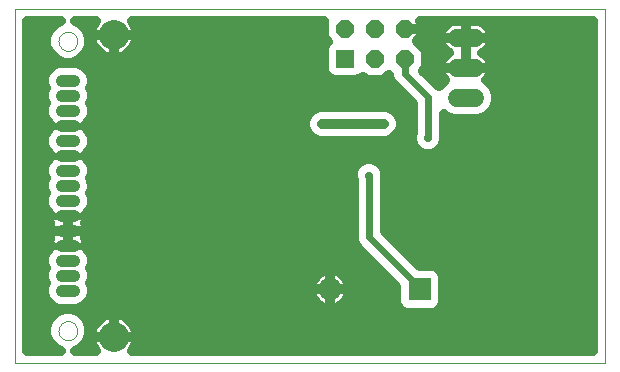
<source format=gbl>
G75*
G70*
%OFA0B0*%
%FSLAX24Y24*%
%IPPOS*%
%LPD*%
%AMOC8*
5,1,8,0,0,1.08239X$1,22.5*
%
%ADD10C,0.0000*%
%ADD11R,0.0600X0.0600*%
%ADD12OC8,0.0600*%
%ADD13C,0.1000*%
%ADD14C,0.0396*%
%ADD15R,0.0760X0.0760*%
%ADD16C,0.0760*%
%ADD17C,0.0600*%
%ADD18C,0.0280*%
%ADD19C,0.0240*%
%ADD20C,0.0320*%
D10*
X000111Y000141D02*
X000111Y011952D01*
X019796Y011952D01*
X019796Y000141D01*
X000111Y000141D01*
X001568Y001224D02*
X001570Y001259D01*
X001576Y001294D01*
X001586Y001328D01*
X001599Y001361D01*
X001616Y001392D01*
X001637Y001420D01*
X001660Y001447D01*
X001687Y001470D01*
X001715Y001491D01*
X001746Y001508D01*
X001779Y001521D01*
X001813Y001531D01*
X001848Y001537D01*
X001883Y001539D01*
X001918Y001537D01*
X001953Y001531D01*
X001987Y001521D01*
X002020Y001508D01*
X002051Y001491D01*
X002079Y001470D01*
X002106Y001447D01*
X002129Y001420D01*
X002150Y001392D01*
X002167Y001361D01*
X002180Y001328D01*
X002190Y001294D01*
X002196Y001259D01*
X002198Y001224D01*
X002196Y001189D01*
X002190Y001154D01*
X002180Y001120D01*
X002167Y001087D01*
X002150Y001056D01*
X002129Y001028D01*
X002106Y001001D01*
X002079Y000978D01*
X002051Y000957D01*
X002020Y000940D01*
X001987Y000927D01*
X001953Y000917D01*
X001918Y000911D01*
X001883Y000909D01*
X001848Y000911D01*
X001813Y000917D01*
X001779Y000927D01*
X001746Y000940D01*
X001715Y000957D01*
X001687Y000978D01*
X001660Y001001D01*
X001637Y001028D01*
X001616Y001056D01*
X001599Y001087D01*
X001586Y001120D01*
X001576Y001154D01*
X001570Y001189D01*
X001568Y001224D01*
X001568Y010869D02*
X001570Y010904D01*
X001576Y010939D01*
X001586Y010973D01*
X001599Y011006D01*
X001616Y011037D01*
X001637Y011065D01*
X001660Y011092D01*
X001687Y011115D01*
X001715Y011136D01*
X001746Y011153D01*
X001779Y011166D01*
X001813Y011176D01*
X001848Y011182D01*
X001883Y011184D01*
X001918Y011182D01*
X001953Y011176D01*
X001987Y011166D01*
X002020Y011153D01*
X002051Y011136D01*
X002079Y011115D01*
X002106Y011092D01*
X002129Y011065D01*
X002150Y011037D01*
X002167Y011006D01*
X002180Y010973D01*
X002190Y010939D01*
X002196Y010904D01*
X002198Y010869D01*
X002196Y010834D01*
X002190Y010799D01*
X002180Y010765D01*
X002167Y010732D01*
X002150Y010701D01*
X002129Y010673D01*
X002106Y010646D01*
X002079Y010623D01*
X002051Y010602D01*
X002020Y010585D01*
X001987Y010572D01*
X001953Y010562D01*
X001918Y010556D01*
X001883Y010554D01*
X001848Y010556D01*
X001813Y010562D01*
X001779Y010572D01*
X001746Y010585D01*
X001715Y010602D01*
X001687Y010623D01*
X001660Y010646D01*
X001637Y010673D01*
X001616Y010701D01*
X001599Y010732D01*
X001586Y010765D01*
X001576Y010799D01*
X001570Y010834D01*
X001568Y010869D01*
D11*
X011119Y010271D03*
D12*
X012119Y010271D03*
X013119Y010271D03*
X013119Y011271D03*
X012119Y011271D03*
X011119Y011271D03*
D13*
X003418Y011072D03*
X003418Y001021D03*
D14*
X002081Y002547D02*
X001684Y002547D01*
X001684Y003047D02*
X002081Y003047D01*
X002081Y003547D02*
X001684Y003547D01*
X001684Y004047D02*
X002081Y004047D01*
X002081Y004547D02*
X001684Y004547D01*
X001684Y005047D02*
X002081Y005047D01*
X002081Y005547D02*
X001684Y005547D01*
X001684Y006047D02*
X002081Y006047D01*
X002081Y006547D02*
X001684Y006547D01*
X001684Y007047D02*
X002081Y007047D01*
X002081Y007547D02*
X001684Y007547D01*
X001684Y008047D02*
X002081Y008047D01*
X002081Y008547D02*
X001684Y008547D01*
X001684Y009047D02*
X002081Y009047D01*
X002081Y009547D02*
X001684Y009547D01*
D15*
X013615Y002602D03*
D16*
X010623Y002602D03*
D17*
X014846Y008984D02*
X015446Y008984D01*
X015446Y009984D02*
X014846Y009984D01*
X014846Y010984D02*
X015446Y010984D01*
D18*
X012414Y008114D03*
X013890Y007645D03*
X011922Y006391D03*
X011180Y005373D03*
X009540Y006047D03*
X009363Y004866D03*
X010347Y008114D03*
X009343Y009590D03*
X008772Y010377D03*
X005426Y010771D03*
X003457Y008047D03*
X003457Y007047D03*
X003457Y005047D03*
X003457Y004547D03*
X003457Y004047D03*
X017827Y004078D03*
X017827Y001519D03*
X017827Y006637D03*
D19*
X013890Y007645D02*
X013890Y008999D01*
X013119Y009771D01*
X013119Y010271D01*
X011922Y006391D02*
X011922Y004338D01*
X013615Y002645D01*
X013615Y002602D01*
X009363Y004866D02*
X009343Y004866D01*
X009343Y005373D01*
X011180Y005373D01*
X003457Y005047D02*
X003457Y004547D01*
X003457Y004047D01*
X001111Y004047D01*
X001111Y004141D01*
X001111Y005047D02*
X001111Y005141D01*
X001111Y005047D02*
X003457Y005047D01*
X003457Y007047D02*
X001883Y007047D01*
X001111Y007047D01*
X001111Y007141D01*
X001111Y008047D02*
X001111Y008141D01*
X001111Y008047D02*
X001883Y008047D01*
X003457Y008047D01*
X003457Y007047D01*
D20*
X002679Y007428D02*
X002679Y007666D01*
X002588Y007885D01*
X002528Y007945D01*
X002539Y008011D01*
X002539Y008046D01*
X002427Y008046D01*
X002426Y008047D01*
X002427Y008047D01*
X002539Y008047D01*
X002539Y008083D01*
X002528Y008148D01*
X002588Y008208D01*
X002679Y008428D01*
X002679Y008666D01*
X002624Y008797D01*
X002679Y008928D01*
X002679Y009166D01*
X002624Y009297D01*
X002679Y009428D01*
X002679Y009666D01*
X002588Y009885D01*
X002419Y010054D01*
X002200Y010145D01*
X001565Y010145D01*
X001346Y010054D01*
X001177Y009885D01*
X001086Y009666D01*
X001086Y009428D01*
X001141Y009297D01*
X001086Y009166D01*
X001086Y008928D01*
X001141Y008797D01*
X001086Y008666D01*
X001086Y008428D01*
X001177Y008208D01*
X001237Y008148D01*
X001226Y008083D01*
X001226Y008047D01*
X001338Y008047D01*
X001339Y008047D01*
X001338Y008046D01*
X001226Y008046D01*
X001226Y008011D01*
X001237Y007945D01*
X001177Y007885D01*
X001086Y007666D01*
X001086Y007428D01*
X001177Y007208D01*
X001237Y007148D01*
X001226Y007083D01*
X001226Y007047D01*
X001338Y007047D01*
X001339Y007047D01*
X001338Y007046D01*
X001226Y007046D01*
X001226Y007011D01*
X001237Y006945D01*
X001177Y006885D01*
X001086Y006666D01*
X001086Y006428D01*
X001141Y006297D01*
X001086Y006166D01*
X001086Y005928D01*
X001141Y005797D01*
X001086Y005666D01*
X001086Y005428D01*
X001177Y005208D01*
X001237Y005148D01*
X001226Y005083D01*
X001226Y005047D01*
X001338Y005047D01*
X001339Y005046D01*
X001226Y005046D01*
X001226Y005011D01*
X001238Y004939D01*
X001260Y004871D01*
X001293Y004806D01*
X001300Y004797D01*
X001293Y004787D01*
X001260Y004722D01*
X001238Y004654D01*
X001226Y004583D01*
X001226Y004547D01*
X001882Y004547D01*
X001882Y004546D01*
X001883Y004546D01*
X001883Y004145D01*
X001882Y004145D01*
X001882Y004546D01*
X001226Y004546D01*
X001226Y004511D01*
X001238Y004439D01*
X001260Y004371D01*
X001293Y004306D01*
X001300Y004297D01*
X001293Y004287D01*
X001260Y004222D01*
X001238Y004154D01*
X001226Y004083D01*
X001226Y004047D01*
X001339Y004047D01*
X001338Y004046D01*
X001226Y004046D01*
X001226Y004011D01*
X001237Y003945D01*
X001177Y003885D01*
X001086Y003666D01*
X001086Y003428D01*
X001141Y003297D01*
X001086Y003166D01*
X001086Y002928D01*
X001141Y002797D01*
X001086Y002666D01*
X001086Y002428D01*
X001177Y002208D01*
X001346Y002040D01*
X001565Y001949D01*
X002200Y001949D01*
X002419Y002040D01*
X002588Y002208D01*
X002679Y002428D01*
X002679Y002666D01*
X002624Y002797D01*
X002679Y002928D01*
X002679Y003166D01*
X002624Y003297D01*
X002679Y003428D01*
X002679Y003666D01*
X002588Y003885D01*
X002528Y003945D01*
X002539Y004011D01*
X002539Y004046D01*
X002427Y004046D01*
X002426Y004047D01*
X002539Y004047D01*
X002539Y004083D01*
X002527Y004154D01*
X002505Y004222D01*
X002472Y004287D01*
X002465Y004297D01*
X002472Y004306D01*
X002505Y004371D01*
X002527Y004439D01*
X002539Y004511D01*
X002539Y004546D01*
X001883Y004546D01*
X001883Y004547D01*
X002539Y004547D01*
X002539Y004583D01*
X002527Y004654D01*
X002505Y004722D01*
X002472Y004787D01*
X002465Y004797D01*
X002472Y004806D01*
X002505Y004871D01*
X002527Y004939D01*
X002539Y005011D01*
X002539Y005046D01*
X002426Y005046D01*
X002427Y005047D01*
X002539Y005047D01*
X002539Y005083D01*
X002528Y005148D01*
X002588Y005208D01*
X002679Y005428D01*
X002679Y005666D01*
X002624Y005797D01*
X002679Y005928D01*
X002679Y006166D01*
X002624Y006297D01*
X002679Y006428D01*
X002679Y006666D01*
X002588Y006885D01*
X002528Y006945D01*
X002539Y007011D01*
X002539Y007046D01*
X002427Y007046D01*
X002426Y007047D01*
X002427Y007047D01*
X002539Y007047D01*
X002539Y007083D01*
X002528Y007148D01*
X002588Y007208D01*
X002679Y007428D01*
X002679Y007468D02*
X013379Y007468D01*
X013350Y007538D02*
X013433Y007339D01*
X013584Y007187D01*
X013783Y007105D01*
X013998Y007105D01*
X014196Y007187D01*
X014348Y007339D01*
X014430Y007538D01*
X014430Y007752D01*
X014410Y007801D01*
X014410Y008430D01*
X014450Y008390D01*
X014707Y008284D01*
X015586Y008284D01*
X015843Y008390D01*
X016040Y008587D01*
X016146Y008844D01*
X016146Y009123D01*
X016040Y009380D01*
X015843Y009577D01*
X015835Y009580D01*
X015873Y009619D01*
X015925Y009690D01*
X015965Y009769D01*
X015992Y009852D01*
X016006Y009940D01*
X016006Y009983D01*
X015147Y009983D01*
X015147Y009984D01*
X016006Y009984D01*
X016006Y010028D01*
X015992Y010115D01*
X015965Y010199D01*
X015925Y010277D01*
X015873Y010348D01*
X015811Y010411D01*
X015740Y010463D01*
X015698Y010484D01*
X015740Y010505D01*
X015811Y010556D01*
X015873Y010619D01*
X015925Y010690D01*
X015965Y010769D01*
X015992Y010852D01*
X016006Y010940D01*
X016006Y010983D01*
X015147Y010983D01*
X015147Y010984D01*
X016006Y010984D01*
X016006Y011028D01*
X015992Y011115D01*
X015965Y011199D01*
X015925Y011277D01*
X015873Y011348D01*
X015811Y011411D01*
X015740Y011463D01*
X015661Y011503D01*
X015577Y011530D01*
X015490Y011544D01*
X015146Y011544D01*
X014802Y011544D01*
X014715Y011530D01*
X014631Y011503D01*
X014553Y011463D01*
X014481Y011411D01*
X014419Y011348D01*
X014367Y011277D01*
X014327Y011199D01*
X014300Y011115D01*
X014286Y011028D01*
X014286Y010984D01*
X015146Y010984D01*
X015146Y011544D01*
X015146Y010984D01*
X015146Y010984D01*
X015146Y010983D01*
X015146Y010983D01*
X015146Y010424D01*
X015146Y009984D01*
X015146Y009984D01*
X015146Y009983D01*
X014286Y009983D01*
X014286Y009940D01*
X014300Y009852D01*
X014327Y009769D01*
X014367Y009690D01*
X014419Y009619D01*
X014458Y009580D01*
X014450Y009577D01*
X014253Y009380D01*
X014251Y009374D01*
X013731Y009894D01*
X013819Y009981D01*
X013819Y010561D01*
X013510Y010870D01*
X013679Y011039D01*
X013679Y011271D01*
X013679Y011503D01*
X013629Y011552D01*
X019396Y011552D01*
X019396Y000541D01*
X004008Y000541D01*
X004051Y000598D01*
X004101Y000684D01*
X004139Y000776D01*
X004165Y000872D01*
X004178Y000971D01*
X004178Y001021D01*
X004178Y001071D01*
X004165Y001170D01*
X004139Y001266D01*
X004101Y001358D01*
X004051Y001444D01*
X003991Y001523D01*
X003920Y001594D01*
X003841Y001654D01*
X003755Y001704D01*
X003663Y001742D01*
X003567Y001768D01*
X003468Y001781D01*
X003418Y001781D01*
X003418Y001021D01*
X004178Y001021D01*
X003418Y001021D01*
X003418Y001021D01*
X003418Y001021D01*
X002658Y001021D01*
X002658Y000971D01*
X002671Y000872D01*
X002697Y000776D01*
X002735Y000684D01*
X002785Y000598D01*
X002828Y000541D01*
X002102Y000541D01*
X002287Y000618D01*
X002489Y000819D01*
X002597Y001082D01*
X002597Y001366D01*
X002489Y001629D01*
X002287Y001830D01*
X002025Y001939D01*
X001740Y001939D01*
X001478Y001830D01*
X001276Y001629D01*
X001168Y001366D01*
X001168Y001082D01*
X001276Y000819D01*
X001478Y000618D01*
X001663Y000541D01*
X000511Y000541D01*
X000511Y011552D01*
X001663Y011552D01*
X001478Y011476D01*
X001276Y011274D01*
X001168Y011012D01*
X001168Y010727D01*
X001276Y010464D01*
X001478Y010263D01*
X001740Y010154D01*
X002025Y010154D01*
X002287Y010263D01*
X002489Y010464D01*
X002597Y010727D01*
X002597Y011012D01*
X002489Y011274D01*
X002287Y011476D01*
X002102Y011552D01*
X002828Y011552D01*
X002785Y011495D01*
X002735Y011409D01*
X002697Y011317D01*
X002671Y011221D01*
X002658Y011122D01*
X002658Y011072D01*
X002658Y011022D01*
X002671Y010924D01*
X002697Y010827D01*
X002735Y010735D01*
X002785Y010649D01*
X002845Y010570D01*
X002916Y010500D01*
X002995Y010439D01*
X003081Y010389D01*
X003173Y010351D01*
X003269Y010325D01*
X003368Y010312D01*
X003418Y010312D01*
X003468Y010312D01*
X003567Y010325D01*
X003663Y010351D01*
X003755Y010389D01*
X003841Y010439D01*
X003920Y010500D01*
X003991Y010570D01*
X004051Y010649D01*
X004101Y010735D01*
X004139Y010827D01*
X004165Y010924D01*
X004178Y011022D01*
X004178Y011072D01*
X003418Y011072D01*
X003418Y010312D01*
X003418Y011072D01*
X003418Y011072D01*
X003418Y011072D01*
X004178Y011072D01*
X004178Y011122D01*
X004165Y011221D01*
X004139Y011317D01*
X004101Y011409D01*
X004051Y011495D01*
X004008Y011552D01*
X010419Y011552D01*
X010419Y010981D01*
X010541Y010859D01*
X010480Y010798D01*
X010419Y010651D01*
X010419Y009891D01*
X010480Y009744D01*
X010592Y009632D01*
X010739Y009571D01*
X011498Y009571D01*
X011645Y009632D01*
X011707Y009693D01*
X011829Y009571D01*
X012409Y009571D01*
X012599Y009761D01*
X012599Y009668D01*
X012678Y009476D01*
X012824Y009330D01*
X013370Y008784D01*
X013370Y007801D01*
X013350Y007752D01*
X013350Y007538D01*
X013364Y007786D02*
X012879Y007786D01*
X012889Y007796D02*
X012974Y008002D01*
X012974Y008225D01*
X012889Y008431D01*
X012731Y008588D01*
X012525Y008674D01*
X010236Y008674D01*
X010030Y008588D01*
X009872Y008431D01*
X009787Y008225D01*
X009787Y008002D01*
X009872Y007796D01*
X010030Y007639D01*
X010236Y007554D01*
X012525Y007554D01*
X012731Y007639D01*
X012889Y007796D01*
X012974Y008105D02*
X013370Y008105D01*
X013370Y008423D02*
X012892Y008423D01*
X012414Y008114D02*
X010347Y008114D01*
X009787Y008105D02*
X002535Y008105D01*
X002677Y008423D02*
X009869Y008423D01*
X009882Y007786D02*
X002629Y007786D01*
X002529Y007149D02*
X013677Y007149D01*
X014104Y007149D02*
X019396Y007149D01*
X019396Y006831D02*
X012246Y006831D01*
X012228Y006849D02*
X012029Y006931D01*
X011814Y006931D01*
X011616Y006849D01*
X011464Y006697D01*
X011382Y006499D01*
X011382Y006284D01*
X011402Y006235D01*
X011402Y004441D01*
X011402Y004234D01*
X011481Y004043D01*
X012835Y002690D01*
X012835Y002142D01*
X012896Y001995D01*
X013008Y001883D01*
X013155Y001822D01*
X014074Y001822D01*
X014221Y001883D01*
X014334Y001995D01*
X014395Y002142D01*
X014395Y003061D01*
X014334Y003208D01*
X014221Y003321D01*
X014074Y003382D01*
X013613Y003382D01*
X012442Y004553D01*
X012442Y006235D01*
X012462Y006284D01*
X012462Y006499D01*
X012380Y006697D01*
X012228Y006849D01*
X012456Y006512D02*
X019396Y006512D01*
X019396Y006193D02*
X012442Y006193D01*
X012442Y005875D02*
X019396Y005875D01*
X019396Y005556D02*
X012442Y005556D01*
X012442Y005238D02*
X019396Y005238D01*
X019396Y004919D02*
X012442Y004919D01*
X012442Y004601D02*
X019396Y004601D01*
X019396Y004282D02*
X012713Y004282D01*
X013032Y003964D02*
X019396Y003964D01*
X019396Y003645D02*
X013350Y003645D01*
X014208Y003327D02*
X019396Y003327D01*
X019396Y003008D02*
X014395Y003008D01*
X014395Y002689D02*
X019396Y002689D01*
X019396Y002371D02*
X014395Y002371D01*
X014358Y002052D02*
X019396Y002052D01*
X019396Y001734D02*
X003683Y001734D01*
X003418Y001734D02*
X003418Y001734D01*
X003418Y001781D02*
X003368Y001781D01*
X003269Y001768D01*
X003173Y001742D01*
X003081Y001704D01*
X002995Y001654D01*
X002916Y001594D01*
X002845Y001523D01*
X002785Y001444D01*
X002735Y001358D01*
X002697Y001266D01*
X002671Y001170D01*
X002658Y001071D01*
X002658Y001021D01*
X003418Y001021D01*
X003418Y001021D01*
X003418Y001781D01*
X003153Y001734D02*
X002384Y001734D01*
X002577Y001415D02*
X002768Y001415D01*
X002661Y001097D02*
X002597Y001097D01*
X002696Y000778D02*
X002448Y000778D01*
X003418Y001097D02*
X003418Y001097D01*
X003418Y001415D02*
X003418Y001415D01*
X004068Y001415D02*
X019396Y001415D01*
X019396Y001097D02*
X004175Y001097D01*
X004140Y000778D02*
X019396Y000778D01*
X012872Y002052D02*
X010951Y002052D01*
X010979Y002068D02*
X011046Y002120D01*
X011105Y002179D01*
X011156Y002245D01*
X011198Y002318D01*
X011230Y002396D01*
X011252Y002477D01*
X011263Y002560D01*
X011263Y002601D01*
X010623Y002601D01*
X010623Y001962D01*
X010665Y001962D01*
X010748Y001973D01*
X010829Y001994D01*
X010906Y002026D01*
X010979Y002068D01*
X010623Y002052D02*
X010622Y002052D01*
X010622Y001962D02*
X010622Y002601D01*
X010623Y002601D01*
X010623Y002602D01*
X011263Y002602D01*
X011263Y002644D01*
X011252Y002727D01*
X011230Y002808D01*
X011198Y002885D01*
X011156Y002958D01*
X011105Y003025D01*
X011046Y003084D01*
X010979Y003135D01*
X010906Y003177D01*
X010829Y003209D01*
X010748Y003231D01*
X010665Y003242D01*
X010623Y003242D01*
X010623Y002602D01*
X010622Y002602D01*
X010622Y002601D01*
X009983Y002601D01*
X009983Y002560D01*
X009994Y002477D01*
X010015Y002396D01*
X010047Y002318D01*
X010089Y002245D01*
X010140Y002179D01*
X010200Y002120D01*
X010266Y002068D01*
X010339Y002026D01*
X010416Y001994D01*
X010498Y001973D01*
X010581Y001962D01*
X010622Y001962D01*
X010294Y002052D02*
X002432Y002052D01*
X002655Y002371D02*
X010026Y002371D01*
X009983Y002602D02*
X010622Y002602D01*
X010622Y003242D01*
X010581Y003242D01*
X010498Y003231D01*
X010416Y003209D01*
X010339Y003177D01*
X010266Y003135D01*
X010200Y003084D01*
X010140Y003025D01*
X010089Y002958D01*
X010047Y002885D01*
X010015Y002808D01*
X009994Y002727D01*
X009983Y002644D01*
X009983Y002602D01*
X009989Y002689D02*
X002669Y002689D01*
X002679Y003008D02*
X010128Y003008D01*
X010622Y003008D02*
X010623Y003008D01*
X010622Y002689D02*
X010623Y002689D01*
X011118Y003008D02*
X012516Y003008D01*
X012835Y002689D02*
X011257Y002689D01*
X011220Y002371D02*
X012835Y002371D01*
X012198Y003327D02*
X002637Y003327D01*
X002679Y003645D02*
X011879Y003645D01*
X011561Y003964D02*
X002531Y003964D01*
X002475Y004282D02*
X011402Y004282D01*
X011402Y004601D02*
X002536Y004601D01*
X002521Y004919D02*
X011402Y004919D01*
X011402Y005238D02*
X002600Y005238D01*
X002679Y005556D02*
X011402Y005556D01*
X011402Y005875D02*
X002657Y005875D01*
X002667Y006193D02*
X011402Y006193D01*
X011387Y006512D02*
X002679Y006512D01*
X002610Y006831D02*
X011598Y006831D01*
X014401Y007468D02*
X019396Y007468D01*
X019396Y007786D02*
X014416Y007786D01*
X014410Y008105D02*
X019396Y008105D01*
X019396Y008423D02*
X015876Y008423D01*
X016104Y008742D02*
X019396Y008742D01*
X019396Y009060D02*
X016146Y009060D01*
X016040Y009379D02*
X019396Y009379D01*
X019396Y009697D02*
X015929Y009697D01*
X016006Y010016D02*
X019396Y010016D01*
X019396Y010334D02*
X015884Y010334D01*
X015898Y010653D02*
X019396Y010653D01*
X019396Y010972D02*
X016006Y010972D01*
X015916Y011290D02*
X019396Y011290D01*
X015146Y011290D02*
X015146Y011290D01*
X015146Y010983D02*
X014286Y010983D01*
X014286Y010940D01*
X014300Y010852D01*
X014327Y010769D01*
X014367Y010690D01*
X014419Y010619D01*
X014481Y010556D01*
X014553Y010505D01*
X014594Y010484D01*
X014553Y010463D01*
X014481Y010411D01*
X014419Y010348D01*
X014367Y010277D01*
X014327Y010199D01*
X014300Y010115D01*
X014286Y010028D01*
X014286Y009984D01*
X015146Y009984D01*
X015146Y010424D01*
X015146Y010983D01*
X015146Y010972D02*
X015146Y010972D01*
X015146Y010653D02*
X015146Y010653D01*
X015146Y010334D02*
X015146Y010334D01*
X015146Y010016D02*
X015146Y010016D01*
X014409Y010334D02*
X013819Y010334D01*
X013819Y010016D02*
X014286Y010016D01*
X014364Y009697D02*
X013928Y009697D01*
X014246Y009379D02*
X014252Y009379D01*
X013370Y008742D02*
X002647Y008742D01*
X002679Y009060D02*
X013094Y009060D01*
X012776Y009379D02*
X002659Y009379D01*
X002666Y009697D02*
X010527Y009697D01*
X010419Y010016D02*
X002457Y010016D01*
X002359Y010334D02*
X003235Y010334D01*
X003418Y010334D02*
X003418Y010334D01*
X003601Y010334D02*
X010419Y010334D01*
X010420Y010653D02*
X004053Y010653D01*
X004171Y010972D02*
X010428Y010972D01*
X010419Y011290D02*
X004146Y011290D01*
X003418Y011072D02*
X003418Y011072D01*
X002658Y011072D01*
X003418Y011072D01*
X003418Y010972D02*
X003418Y010972D01*
X003418Y010653D02*
X003418Y010653D01*
X002782Y010653D02*
X002567Y010653D01*
X002597Y010972D02*
X002665Y010972D01*
X002690Y011290D02*
X002473Y011290D01*
X001292Y011290D02*
X000511Y011290D01*
X000511Y010972D02*
X001168Y010972D01*
X001198Y010653D02*
X000511Y010653D01*
X000511Y010334D02*
X001406Y010334D01*
X001308Y010016D02*
X000511Y010016D01*
X000511Y009697D02*
X001099Y009697D01*
X001106Y009379D02*
X000511Y009379D01*
X000511Y009060D02*
X001086Y009060D01*
X001118Y008742D02*
X000511Y008742D01*
X000511Y008423D02*
X001088Y008423D01*
X001230Y008105D02*
X000511Y008105D01*
X000511Y007786D02*
X001136Y007786D01*
X001086Y007468D02*
X000511Y007468D01*
X000511Y007149D02*
X001236Y007149D01*
X001155Y006831D02*
X000511Y006831D01*
X000511Y006512D02*
X001086Y006512D01*
X001098Y006193D02*
X000511Y006193D01*
X000511Y005875D02*
X001108Y005875D01*
X001086Y005556D02*
X000511Y005556D01*
X000511Y005238D02*
X001165Y005238D01*
X001244Y004919D02*
X000511Y004919D01*
X000511Y004601D02*
X001229Y004601D01*
X001290Y004282D02*
X000511Y004282D01*
X000511Y003964D02*
X001234Y003964D01*
X001086Y003645D02*
X000511Y003645D01*
X000511Y003327D02*
X001128Y003327D01*
X001086Y003008D02*
X000511Y003008D01*
X000511Y002689D02*
X001096Y002689D01*
X001110Y002371D02*
X000511Y002371D01*
X000511Y002052D02*
X001333Y002052D01*
X001381Y001734D02*
X000511Y001734D01*
X000511Y001415D02*
X001188Y001415D01*
X001168Y001097D02*
X000511Y001097D01*
X000511Y000778D02*
X001317Y000778D01*
X001882Y004282D02*
X001883Y004282D01*
X001883Y004547D02*
X001883Y004949D01*
X001882Y004949D01*
X001882Y004547D01*
X001883Y004547D01*
X001882Y004601D02*
X001883Y004601D01*
X001882Y004919D02*
X001883Y004919D01*
X010622Y002371D02*
X010623Y002371D01*
X014410Y008423D02*
X014417Y008423D01*
X012599Y009697D02*
X012535Y009697D01*
X013727Y010653D02*
X014394Y010653D01*
X014286Y010972D02*
X013611Y010972D01*
X013679Y011271D02*
X013119Y011271D01*
X013679Y011271D01*
X013679Y011290D02*
X014377Y011290D01*
X013119Y011271D02*
X013119Y011271D01*
M02*

</source>
